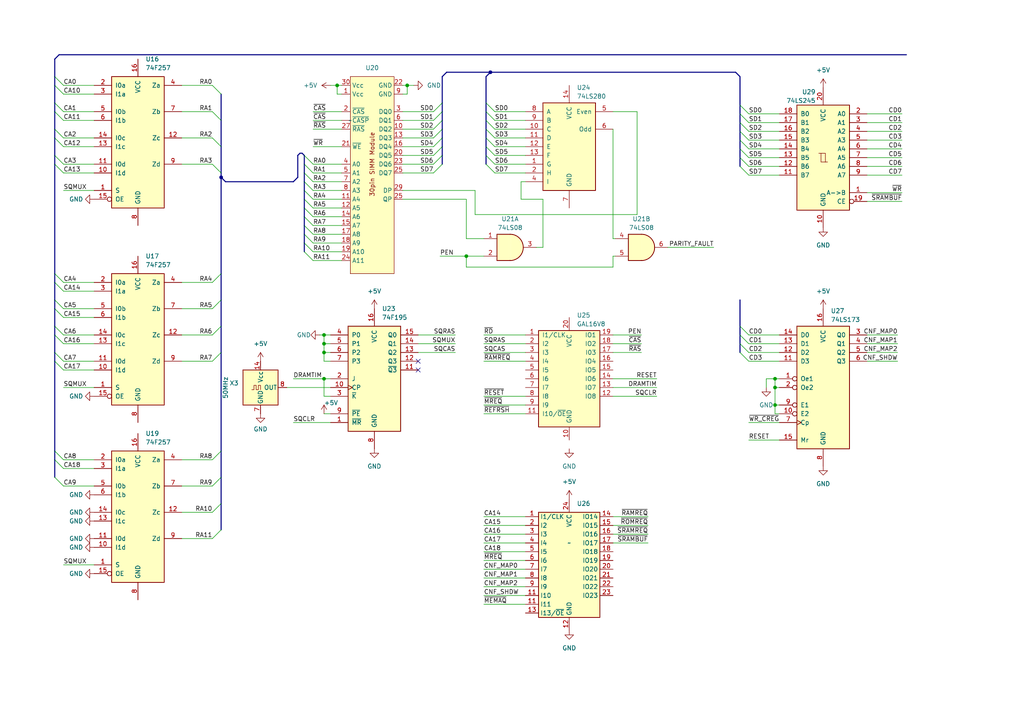
<source format=kicad_sch>
(kicad_sch (version 20230121) (generator eeschema)
  (paper "A4")
  (lib_symbols
    (symbol "74xx:74LS08" (pin_names (offset 1.016))
      (property "Reference" "U" (at 0 1.27 0))
      (property "Value" "74LS08" (at 0 -1.27 0))
      (symbol "74LS08_1_1"
        (arc (start 0 -3.81) (mid 3.7934 0) (end 0 3.81) (stroke (width 0.254)) (fill (type background)))
        (polyline (pts (xy 0 3.81) (xy -3.81 3.81) (xy -3.81 -3.81) (xy 0 -3.81)) (stroke (width 0.254)) (fill (type background)))
        (pin input line (at -7.62 2.54 0) (length 3.81) (name "~") (number "1"))
        (pin input line (at -7.62 -2.54 0) (length 3.81) (name "~") (number "2"))
        (pin output line (at 7.62 0 180) (length 3.81) (name "~") (number "3"))
      )
      (symbol "74LS08_1_2"
        (arc (start -3.81 -3.81) (mid -2.589 0) (end -3.81 3.81) (stroke (width 0.254)))
        (arc (start -0.6096 -3.81) (mid 2.1842 -2.5851) (end 3.81 0) (stroke (width 0.254)) (fill (type background)))
        (polyline (pts (xy -3.81 -3.81) (xy -0.635 -3.81)) (stroke (width 0.254)) (fill (type background)))
        (polyline (pts (xy -3.81 3.81) (xy -0.635 3.81)) (stroke (width 0.254)) (fill (type background)))
        (polyline (pts (xy -0.635 3.81) (xy -3.81 3.81) (xy -3.81 3.81) (xy -3.556 3.4036) (xy -3.0226 2.2606) (xy -2.6924 1.0414) (xy -2.6162 -0.254) (xy -2.7686 -1.4986) (xy -3.175 -2.7178) (xy -3.81 -3.81) (xy -3.81 -3.81) (xy -0.635 -3.81)) (stroke (width -25.4)) (fill (type background)))
        (arc (start 3.81 0) (mid 2.1915 2.5936) (end -0.6096 3.81) (stroke (width 0.254)) (fill (type background)))
        (pin input inverted (at -7.62 2.54 0) (length 4.318) (name "~") (number "1"))
        (pin input inverted (at -7.62 -2.54 0) (length 4.318) (name "~") (number "2"))
        (pin output inverted (at 7.62 0 180) (length 3.81) (name "~") (number "3"))
      )
      (symbol "74LS08_2_1"
        (arc (start 0 -3.81) (mid 3.7934 0) (end 0 3.81) (stroke (width 0.254)) (fill (type background)))
        (polyline (pts (xy 0 3.81) (xy -3.81 3.81) (xy -3.81 -3.81) (xy 0 -3.81)) (stroke (width 0.254)) (fill (type background)))
        (pin input line (at -7.62 2.54 0) (length 3.81) (name "~") (number "4"))
        (pin input line (at -7.62 -2.54 0) (length 3.81) (name "~") (number "5"))
        (pin output line (at 7.62 0 180) (length 3.81) (name "~") (number "6"))
      )
      (symbol "74LS08_2_2"
        (arc (start -3.81 -3.81) (mid -2.589 0) (end -3.81 3.81) (stroke (width 0.254)))
        (arc (start -0.6096 -3.81) (mid 2.1842 -2.5851) (end 3.81 0) (stroke (width 0.254)) (fill (type background)))
        (polyline (pts (xy -3.81 -3.81) (xy -0.635 -3.81)) (stroke (width 0.254)) (fill (type background)))
        (polyline (pts (xy -3.81 3.81) (xy -0.635 3.81)) (stroke (width 0.254)) (fill (type background)))
        (polyline (pts (xy -0.635 3.81) (xy -3.81 3.81) (xy -3.81 3.81) (xy -3.556 3.4036) (xy -3.0226 2.2606) (xy -2.6924 1.0414) (xy -2.6162 -0.254) (xy -2.7686 -1.4986) (xy -3.175 -2.7178) (xy -3.81 -3.81) (xy -3.81 -3.81) (xy -0.635 -3.81)) (stroke (width -25.4)) (fill (type background)))
        (arc (start 3.81 0) (mid 2.1915 2.5936) (end -0.6096 3.81) (stroke (width 0.254)) (fill (type background)))
        (pin input inverted (at -7.62 2.54 0) (length 4.318) (name "~") (number "4"))
        (pin input inverted (at -7.62 -2.54 0) (length 4.318) (name "~") (number "5"))
        (pin output inverted (at 7.62 0 180) (length 3.81) (name "~") (number "6"))
      )
      (symbol "74LS08_3_1"
        (arc (start 0 -3.81) (mid 3.7934 0) (end 0 3.81) (stroke (width 0.254)) (fill (type background)))
        (polyline (pts (xy 0 3.81) (xy -3.81 3.81) (xy -3.81 -3.81) (xy 0 -3.81)) (stroke (width 0.254)) (fill (type background)))
        (pin input line (at -7.62 -2.54 0) (length 3.81) (name "~") (number "10"))
        (pin output line (at 7.62 0 180) (length 3.81) (name "~") (number "8"))
        (pin input line (at -7.62 2.54 0) (length 3.81) (name "~") (number "9"))
      )
      (symbol "74LS08_3_2"
        (arc (start -3.81 -3.81) (mid -2.589 0) (end -3.81 3.81) (stroke (width 0.254)))
        (arc (start -0.6096 -3.81) (mid 2.1842 -2.5851) (end 3.81 0) (stroke (width 0.254)) (fill (type background)))
        (polyline (pts (xy -3.81 -3.81) (xy -0.635 -3.81)) (stroke (width 0.254)) (fill (type background)))
        (polyline (pts (xy -3.81 3.81) (xy -0.635 3.81)) (stroke (width 0.254)) (fill (type background)))
        (polyline (pts (xy -0.635 3.81) (xy -3.81 3.81) (xy -3.81 3.81) (xy -3.556 3.4036) (xy -3.0226 2.2606) (xy -2.6924 1.0414) (xy -2.6162 -0.254) (xy -2.7686 -1.4986) (xy -3.175 -2.7178) (xy -3.81 -3.81) (xy -3.81 -3.81) (xy -0.635 -3.81)) (stroke (width -25.4)) (fill (type background)))
        (arc (start 3.81 0) (mid 2.1915 2.5936) (end -0.6096 3.81) (stroke (width 0.254)) (fill (type background)))
        (pin input inverted (at -7.62 -2.54 0) (length 4.318) (name "~") (number "10"))
        (pin output inverted (at 7.62 0 180) (length 3.81) (name "~") (number "8"))
        (pin input inverted (at -7.62 2.54 0) (length 4.318) (name "~") (number "9"))
      )
      (symbol "74LS08_4_1"
        (arc (start 0 -3.81) (mid 3.7934 0) (end 0 3.81) (stroke (width 0.254)) (fill (type background)))
        (polyline (pts (xy 0 3.81) (xy -3.81 3.81) (xy -3.81 -3.81) (xy 0 -3.81)) (stroke (width 0.254)) (fill (type background)))
        (pin output line (at 7.62 0 180) (length 3.81) (name "~") (number "11"))
        (pin input line (at -7.62 2.54 0) (length 3.81) (name "~") (number "12"))
        (pin input line (at -7.62 -2.54 0) (length 3.81) (name "~") (number "13"))
      )
      (symbol "74LS08_4_2"
        (arc (start -3.81 -3.81) (mid -2.589 0) (end -3.81 3.81) (stroke (width 0.254)))
        (arc (start -0.6096 -3.81) (mid 2.1842 -2.5851) (end 3.81 0) (stroke (width 0.254)) (fill (type background)))
        (polyline (pts (xy -3.81 -3.81) (xy -0.635 -3.81)) (stroke (width 0.254)) (fill (type background)))
        (polyline (pts (xy -3.81 3.81) (xy -0.635 3.81)) (stroke (width 0.254)) (fill (type background)))
        (polyline (pts (xy -0.635 3.81) (xy -3.81 3.81) (xy -3.81 3.81) (xy -3.556 3.4036) (xy -3.0226 2.2606) (xy -2.6924 1.0414) (xy -2.6162 -0.254) (xy -2.7686 -1.4986) (xy -3.175 -2.7178) (xy -3.81 -3.81) (xy -3.81 -3.81) (xy -0.635 -3.81)) (stroke (width -25.4)) (fill (type background)))
        (arc (start 3.81 0) (mid 2.1915 2.5936) (end -0.6096 3.81) (stroke (width 0.254)) (fill (type background)))
        (pin output inverted (at 7.62 0 180) (length 3.81) (name "~") (number "11"))
        (pin input inverted (at -7.62 2.54 0) (length 4.318) (name "~") (number "12"))
        (pin input inverted (at -7.62 -2.54 0) (length 4.318) (name "~") (number "13"))
      )
      (symbol "74LS08_5_0"
        (pin power_in line (at 0 12.7 270) (length 5.08) (name "VCC") (number "14"))
        (pin power_in line (at 0 -12.7 90) (length 5.08) (name "GND") (number "7"))
      )
      (symbol "74LS08_5_1"
        (rectangle (start -5.08 7.62) (end 5.08 -7.62) (stroke (width 0.254)) (fill (type background)))
      )
    )
    (symbol "74xx:74LS173" (pin_names (offset 1.016))
      (property "Reference" "U" (at -7.62 19.05 0))
      (property "Value" "74LS173" (at -7.62 -19.05 0))
      (symbol "74LS173_1_0"
        (pin input inverted (at -12.7 2.54 0) (length 5.08) (name "Oe1") (number "1"))
        (pin input inverted (at -12.7 -7.62 0) (length 5.08) (name "E2") (number "10"))
        (pin input line (at -12.7 7.62 0) (length 5.08) (name "D3") (number "11"))
        (pin input line (at -12.7 10.16 0) (length 5.08) (name "D2") (number "12"))
        (pin input line (at -12.7 12.7 0) (length 5.08) (name "D1") (number "13"))
        (pin input line (at -12.7 15.24 0) (length 5.08) (name "D0") (number "14"))
        (pin input line (at -12.7 -15.24 0) (length 5.08) (name "Mr") (number "15"))
        (pin power_in line (at 0 22.86 270) (length 5.08) (name "VCC") (number "16"))
        (pin input inverted (at -12.7 0 0) (length 5.08) (name "Oe2") (number "2"))
        (pin tri_state line (at 12.7 15.24 180) (length 5.08) (name "Q0") (number "3"))
        (pin tri_state line (at 12.7 12.7 180) (length 5.08) (name "Q1") (number "4"))
        (pin tri_state line (at 12.7 10.16 180) (length 5.08) (name "Q2") (number "5"))
        (pin tri_state line (at 12.7 7.62 180) (length 5.08) (name "Q3") (number "6"))
        (pin input clock (at -12.7 -10.16 0) (length 5.08) (name "Cp") (number "7"))
        (pin power_in line (at 0 -22.86 90) (length 5.08) (name "GND") (number "8"))
        (pin input inverted (at -12.7 -5.08 0) (length 5.08) (name "E1") (number "9"))
      )
      (symbol "74LS173_1_1"
        (rectangle (start -7.62 17.78) (end 7.62 -17.78) (stroke (width 0.254)) (fill (type background)))
      )
    )
    (symbol "74xx:74LS195" (pin_names (offset 1.016))
      (property "Reference" "U" (at -7.62 16.51 0))
      (property "Value" "74LS195" (at -7.62 -16.51 0))
      (symbol "74LS195_1_0"
        (pin input line (at -12.7 -12.7 0) (length 5.08) (name "~{MR}") (number "1"))
        (pin input clock (at -12.7 -2.54 0) (length 5.08) (name "CP") (number "10"))
        (pin output line (at 12.7 2.54 180) (length 5.08) (name "~{Q3}") (number "11"))
        (pin output line (at 12.7 5.08 180) (length 5.08) (name "Q3") (number "12"))
        (pin output line (at 12.7 7.62 180) (length 5.08) (name "Q2") (number "13"))
        (pin output line (at 12.7 10.16 180) (length 5.08) (name "Q1") (number "14"))
        (pin output line (at 12.7 12.7 180) (length 5.08) (name "Q0") (number "15"))
        (pin power_in line (at 0 20.32 270) (length 5.08) (name "VCC") (number "16"))
        (pin input line (at -12.7 0 0) (length 5.08) (name "J") (number "2"))
        (pin input line (at -12.7 -5.08 0) (length 5.08) (name "~{K}") (number "3"))
        (pin input line (at -12.7 12.7 0) (length 5.08) (name "P0") (number "4"))
        (pin input line (at -12.7 10.16 0) (length 5.08) (name "P1") (number "5"))
        (pin input line (at -12.7 7.62 0) (length 5.08) (name "P2") (number "6"))
        (pin input line (at -12.7 5.08 0) (length 5.08) (name "P3") (number "7"))
        (pin power_in line (at 0 -20.32 90) (length 5.08) (name "GND") (number "8"))
        (pin input line (at -12.7 -10.16 0) (length 5.08) (name "~{PE}") (number "9"))
      )
      (symbol "74LS195_1_1"
        (rectangle (start -7.62 15.24) (end 7.62 -15.24) (stroke (width 0.254)) (fill (type background)))
      )
    )
    (symbol "74xx:74LS245" (pin_names (offset 1.016))
      (property "Reference" "U" (at -7.62 16.51 0))
      (property "Value" "74LS245" (at -7.62 -16.51 0))
      (symbol "74LS245_1_0"
        (polyline (pts (xy -0.635 -1.27) (xy -0.635 1.27) (xy 0.635 1.27)))
        (polyline (pts (xy -1.27 -1.27) (xy 0.635 -1.27) (xy 0.635 1.27) (xy 1.27 1.27)))
        (pin input line (at -12.7 -10.16 0) (length 5.08) (name "A->B") (number "1"))
        (pin power_in line (at 0 -20.32 90) (length 5.08) (name "GND") (number "10"))
        (pin tri_state line (at 12.7 -5.08 180) (length 5.08) (name "B7") (number "11"))
        (pin tri_state line (at 12.7 -2.54 180) (length 5.08) (name "B6") (number "12"))
        (pin tri_state line (at 12.7 0 180) (length 5.08) (name "B5") (number "13"))
        (pin tri_state line (at 12.7 2.54 180) (length 5.08) (name "B4") (number "14"))
        (pin tri_state line (at 12.7 5.08 180) (length 5.08) (name "B3") (number "15"))
        (pin tri_state line (at 12.7 7.62 180) (length 5.08) (name "B2") (number "16"))
        (pin tri_state line (at 12.7 10.16 180) (length 5.08) (name "B1") (number "17"))
        (pin tri_state line (at 12.7 12.7 180) (length 5.08) (name "B0") (number "18"))
        (pin input inverted (at -12.7 -12.7 0) (length 5.08) (name "CE") (number "19"))
        (pin tri_state line (at -12.7 12.7 0) (length 5.08) (name "A0") (number "2"))
        (pin power_in line (at 0 20.32 270) (length 5.08) (name "VCC") (number "20"))
        (pin tri_state line (at -12.7 10.16 0) (length 5.08) (name "A1") (number "3"))
        (pin tri_state line (at -12.7 7.62 0) (length 5.08) (name "A2") (number "4"))
        (pin tri_state line (at -12.7 5.08 0) (length 5.08) (name "A3") (number "5"))
        (pin tri_state line (at -12.7 2.54 0) (length 5.08) (name "A4") (number "6"))
        (pin tri_state line (at -12.7 0 0) (length 5.08) (name "A5") (number "7"))
        (pin tri_state line (at -12.7 -2.54 0) (length 5.08) (name "A6") (number "8"))
        (pin tri_state line (at -12.7 -5.08 0) (length 5.08) (name "A7") (number "9"))
      )
      (symbol "74LS245_1_1"
        (rectangle (start -7.62 15.24) (end 7.62 -15.24) (stroke (width 0.254)) (fill (type background)))
      )
    )
    (symbol "74xx:74LS257" (pin_names (offset 1.016))
      (property "Reference" "U" (at -7.62 19.05 0))
      (property "Value" "74LS257" (at -7.62 -21.59 0))
      (symbol "74LS257_1_0"
        (pin input line (at -12.7 -15.24 0) (length 5.08) (name "S") (number "1"))
        (pin input line (at -12.7 -10.16 0) (length 5.08) (name "I1d") (number "10"))
        (pin input line (at -12.7 -7.62 0) (length 5.08) (name "I0d") (number "11"))
        (pin tri_state line (at 12.7 0 180) (length 5.08) (name "Zc") (number "12"))
        (pin input line (at -12.7 -2.54 0) (length 5.08) (name "I1c") (number "13"))
        (pin input line (at -12.7 0 0) (length 5.08) (name "I0c") (number "14"))
        (pin input inverted (at -12.7 -17.78 0) (length 5.08) (name "OE") (number "15"))
        (pin power_in line (at 0 22.86 270) (length 5.08) (name "VCC") (number "16"))
        (pin input line (at -12.7 15.24 0) (length 5.08) (name "I0a") (number "2"))
        (pin input line (at -12.7 12.7 0) (length 5.08) (name "I1a") (number "3"))
        (pin tri_state line (at 12.7 15.24 180) (length 5.08) (name "Za") (number "4"))
        (pin input line (at -12.7 7.62 0) (length 5.08) (name "I0b") (number "5"))
        (pin input line (at -12.7 5.08 0) (length 5.08) (name "I1b") (number "6"))
        (pin tri_state line (at 12.7 7.62 180) (length 5.08) (name "Zb") (number "7"))
        (pin power_in line (at 0 -25.4 90) (length 5.08) (name "GND") (number "8"))
        (pin tri_state line (at 12.7 -7.62 180) (length 5.08) (name "Zd") (number "9"))
      )
      (symbol "74LS257_1_1"
        (rectangle (start -7.62 17.78) (end 7.62 -20.32) (stroke (width 0.254)) (fill (type background)))
      )
    )
    (symbol "74xx:74LS280" (pin_names (offset 1.016))
      (property "Reference" "U" (at -7.62 13.97 0))
      (property "Value" "74LS280" (at -7.62 -13.97 0))
      (symbol "74LS280_1_0"
        (pin input line (at -12.7 -5.08 0) (length 5.08) (name "G") (number "1"))
        (pin input line (at -12.7 5.08 0) (length 5.08) (name "C") (number "10"))
        (pin input line (at -12.7 2.54 0) (length 5.08) (name "D") (number "11"))
        (pin input line (at -12.7 0 0) (length 5.08) (name "E") (number "12"))
        (pin input line (at -12.7 -2.54 0) (length 5.08) (name "F") (number "13"))
        (pin power_in line (at 0 17.78 270) (length 5.08) (name "VCC") (number "14"))
        (pin input line (at -12.7 -7.62 0) (length 5.08) (name "H") (number "2"))
        (pin input line (at -12.7 -10.16 0) (length 5.08) (name "I") (number "4"))
        (pin output line (at 12.7 10.16 180) (length 5.08) (name "Even") (number "5"))
        (pin output line (at 12.7 5.08 180) (length 5.08) (name "Odd") (number "6"))
        (pin power_in line (at 0 -17.78 90) (length 5.08) (name "GND") (number "7"))
        (pin input line (at -12.7 10.16 0) (length 5.08) (name "A") (number "8"))
        (pin input line (at -12.7 7.62 0) (length 5.08) (name "B") (number "9"))
      )
      (symbol "74LS280_1_1"
        (rectangle (start -7.62 12.7) (end 7.62 -12.7) (stroke (width 0.254)) (fill (type background)))
        (pin no_connect line (at 7.62 0 180) (length 2.54) hide (name "NC") (number "3"))
      )
    )
    (symbol "Dennis2:GAL22V10"
      (property "Reference" "U" (at 0 5.08 0))
      (symbol "GAL22V10_0_1"
        (rectangle (start -8.89 13.97) (end 8.89 -16.51) (stroke (width 0.254)) (fill (type background)))
      )
      (symbol "GAL22V10_1_0"
        (pin power_in line (at 0 -20.32 90) (length 3.81) (name "GND") (number "12"))
        (pin power_in line (at 0 17.78 270) (length 3.81) (name "VCC") (number "24"))
      )
      (symbol "GAL22V10_1_1"
        (pin input line (at -12.7 12.7 0) (length 3.81) (name "I1/CLK") (number "1"))
        (pin input line (at -12.7 -10.16 0) (length 3.81) (name "I10") (number "11"))
        (pin input line (at -12.7 -12.7 0) (length 3.81) (name "I11") (number "11"))
        (pin input line (at -12.7 -15.24 0) (length 3.81) (name "I13/~{OE}") (number "13"))
        (pin tri_state line (at 12.7 12.7 180) (length 3.81) (name "IO14") (number "14"))
        (pin tri_state line (at 12.7 10.16 180) (length 3.81) (name "IO15") (number "15"))
        (pin tri_state line (at 12.7 7.62 180) (length 3.81) (name "IO16") (number "16"))
        (pin tri_state line (at 12.7 5.08 180) (length 3.81) (name "IO17") (number "17"))
        (pin tri_state line (at 12.7 2.54 180) (length 3.81) (name "IO18") (number "18"))
        (pin tri_state line (at 12.7 0 180) (length 3.81) (name "IO19") (number "19"))
        (pin input line (at -12.7 10.16 0) (length 3.81) (name "I2") (number "2"))
        (pin tri_state line (at 12.7 -2.54 180) (length 3.81) (name "IO20") (number "20"))
        (pin tri_state line (at 12.7 -5.08 180) (length 3.81) (name "IO21") (number "21"))
        (pin tri_state line (at 12.7 -7.62 180) (length 3.81) (name "IO22") (number "22"))
        (pin tri_state line (at 12.7 -10.16 180) (length 3.81) (name "IO23") (number "23"))
        (pin input line (at -12.7 7.62 0) (length 3.81) (name "I3") (number "3"))
        (pin input line (at -12.7 5.08 0) (length 3.81) (name "I4") (number "4"))
        (pin input line (at -12.7 2.54 0) (length 3.81) (name "I5") (number "5"))
        (pin input line (at -12.7 0 0) (length 3.81) (name "I6") (number "6"))
        (pin input line (at -12.7 -2.54 0) (length 3.81) (name "I7") (number "7"))
        (pin input line (at -12.7 -5.08 0) (length 3.81) (name "I8") (number "8"))
        (pin input line (at -12.7 -7.62 0) (length 3.81) (name "I9") (number "9"))
      )
    )
    (symbol "Dennis2:SIMM30P"
      (property "Reference" "U" (at 0 26.67 0))
      (symbol "SIMM30P_1_1"
        (rectangle (start -6.35 25.4) (end 6.35 -31.75) (fill (type background)))
        (text "30pin SIMM Module" (at 0 0 900) (effects (font (size 1.27 1.27))))
        (pin input line (at -8.89 12.7 0) (length 2.54) (name "~{CASP}") (number ""))
        (pin power_in line (at -8.89 20.32 0) (length 2.54) (name "Vcc") (number "1"))
        (pin input line (at 8.89 10.16 180) (length 2.54) (name "DQ2") (number "10"))
        (pin input line (at -8.89 -10.16 0) (length 2.54) (name "A4") (number "11"))
        (pin input line (at -8.89 -12.7 0) (length 2.54) (name "A5") (number "12"))
        (pin input line (at 8.89 7.62 180) (length 2.54) (name "DQ3") (number "13"))
        (pin input line (at -8.89 -15.24 0) (length 2.54) (name "A6") (number "14"))
        (pin input line (at -8.89 -17.78 0) (length 2.54) (name "A7") (number "15"))
        (pin input line (at 8.89 5.08 180) (length 2.54) (name "DQ4") (number "16"))
        (pin input line (at -8.89 -20.32 0) (length 2.54) (name "A8") (number "17"))
        (pin input line (at -8.89 -22.86 0) (length 2.54) (name "A9") (number "18"))
        (pin input line (at -8.89 -25.4 0) (length 2.54) (name "A10") (number "19"))
        (pin input line (at -8.89 15.24 0) (length 2.54) (name "~{CAS}") (number "2"))
        (pin input line (at 8.89 2.54 180) (length 2.54) (name "DQ5") (number "20"))
        (pin input line (at -8.89 5.08 0) (length 2.54) (name "~{WE}") (number "21"))
        (pin power_in line (at 8.89 22.86 180) (length 2.54) (name "GND") (number "22"))
        (pin input line (at 8.89 0 180) (length 2.54) (name "DQ6") (number "23"))
        (pin input line (at -8.89 -27.94 0) (length 2.54) (name "A11") (number "24"))
        (pin input line (at 8.89 -2.54 180) (length 2.54) (name "DQ7") (number "25"))
        (pin input line (at 8.89 -10.16 180) (length 2.54) (name "QP") (number "25"))
        (pin input line (at -8.89 10.16 0) (length 2.54) (name "~{RAS}") (number "27"))
        (pin input line (at 8.89 -7.62 180) (length 2.54) (name "DP") (number "29"))
        (pin input line (at 8.89 15.24 180) (length 2.54) (name "DQ0") (number "3"))
        (pin power_in line (at -8.89 22.86 0) (length 2.54) (name "Vcc") (number "30"))
        (pin input line (at -8.89 0 0) (length 2.54) (name "A0") (number "4"))
        (pin input line (at -8.89 -2.54 0) (length 2.54) (name "A1") (number "5"))
        (pin input line (at 8.89 12.7 180) (length 2.54) (name "DQ1") (number "6"))
        (pin input line (at -8.89 -5.08 0) (length 2.54) (name "A2") (number "7"))
        (pin input line (at -8.89 -7.62 0) (length 2.54) (name "A3") (number "8"))
        (pin power_in line (at 8.89 20.32 180) (length 2.54) (name "GND") (number "9"))
      )
    )
    (symbol "Logic_Programmable:GAL16V8" (pin_names (offset 1.016))
      (property "Reference" "U" (at -8.89 16.51 0))
      (property "Value" "GAL16V8" (at 1.27 16.51 0))
      (symbol "GAL16V8_0_0"
        (pin power_in line (at 0 -17.78 90) (length 3.81) (name "GND") (number "10"))
        (pin power_in line (at 0 17.78 270) (length 3.81) (name "VCC") (number "20"))
      )
      (symbol "GAL16V8_0_1"
        (rectangle (start -8.89 13.97) (end 8.89 -13.97) (stroke (width 0.254)) (fill (type background)))
      )
      (symbol "GAL16V8_1_1"
        (pin input line (at -12.7 12.7 0) (length 3.81) (name "I1/CLK") (number "1"))
        (pin input line (at -12.7 -10.16 0) (length 3.81) (name "I10/~{OE}") (number "11"))
        (pin tri_state line (at 12.7 -5.08 180) (length 3.81) (name "IO8") (number "12"))
        (pin tri_state line (at 12.7 -2.54 180) (length 3.81) (name "IO7") (number "13"))
        (pin tri_state line (at 12.7 0 180) (length 3.81) (name "IO6") (number "14"))
        (pin tri_state line (at 12.7 2.54 180) (length 3.81) (name "IO5") (number "15"))
        (pin tri_state line (at 12.7 5.08 180) (length 3.81) (name "IO4") (number "16"))
        (pin tri_state line (at 12.7 7.62 180) (length 3.81) (name "I03") (number "17"))
        (pin tri_state line (at 12.7 10.16 180) (length 3.81) (name "IO2") (number "18"))
        (pin tri_state line (at 12.7 12.7 180) (length 3.81) (name "IO1") (number "19"))
        (pin input line (at -12.7 10.16 0) (length 3.81) (name "I2") (number "2"))
        (pin input line (at -12.7 7.62 0) (length 3.81) (name "I3") (number "3"))
        (pin input line (at -12.7 5.08 0) (length 3.81) (name "I4") (number "4"))
        (pin input line (at -12.7 2.54 0) (length 3.81) (name "I5") (number "5"))
        (pin input line (at -12.7 0 0) (length 3.81) (name "I6") (number "6"))
        (pin input line (at -12.7 -2.54 0) (length 3.81) (name "I7") (number "7"))
        (pin input line (at -12.7 -5.08 0) (length 3.81) (name "I8") (number "8"))
        (pin input line (at -12.7 -7.62 0) (length 3.81) (name "I9") (number "9"))
      )
    )
    (symbol "Oscillator:ACO-xxxMHz" (pin_names (offset 0.254))
      (property "Reference" "X" (at -5.08 6.35 0))
      (property "Value" "ACO-xxxMHz" (at 1.27 -6.35 0))
      (symbol "ACO-xxxMHz_0_1"
        (rectangle (start -5.08 5.08) (end 5.08 -5.08) (stroke (width 0.254)) (fill (type background)))
        (polyline (pts (xy -2.54 -0.635) (xy -1.905 -0.635) (xy -1.905 0.635) (xy -1.27 0.635) (xy -1.27 -0.635) (xy -0.635 -0.635) (xy -0.635 0.635) (xy 0 0.635) (xy 0 -0.635)))
      )
      (symbol "ACO-xxxMHz_1_1"
        (pin no_connect line (at -7.62 0 0) (length 2.54) hide (name "NC") (number "1"))
        (pin power_in line (at 0 7.62 270) (length 2.54) (name "Vcc") (number "14"))
        (pin power_in line (at 0 -7.62 90) (length 2.54) (name "GND") (number "7"))
        (pin output line (at 7.62 0 180) (length 2.54) (name "OUT") (number "8"))
      )
    )
    (symbol "power:+5V" (power) (pin_names (offset 0))
      (property "Value" "+5V" (at 0 3.556 0))
      (symbol "+5V_0_1"
        (polyline (pts (xy -0.762 1.27) (xy 0 2.54)))
        (polyline (pts (xy 0 0) (xy 0 2.54)))
        (polyline (pts (xy 0 2.54) (xy 0.762 1.27)))
      )
      (symbol "+5V_1_1"
        (pin power_in line (at 0 0 90) (length 0) hide (name "+5V") (number "1"))
      )
    )
    (symbol "power:GND" (power) (pin_names (offset 0))
      (property "Value" "GND" (at 0 -3.81 0))
      (symbol "GND_0_1"
        (polyline (pts (xy 0 0) (xy 0 -1.27) (xy 1.27 -1.27) (xy 0 -2.54) (xy -1.27 -1.27) (xy 0 -1.27)))
      )
      (symbol "GND_1_1"
        (pin power_in line (at 0 0 270) (length 0) hide (name "GND") (number "1"))
      )
    )
  )
  (junction (at 97.79 24.765))
  (junction (at 93.98 99.695))
  (junction (at 224.79 109.855))
  (junction (at 135.255 74.295))
  (junction (at 142.24 20.955))
  (junction (at 64.135 51.435))
  (junction (at 224.79 117.475))
  (junction (at 118.11 24.765))
  (junction (at 224.79 112.395))
  (junction (at 93.98 97.155))
  (junction (at 93.98 109.855))
  (junction (at 93.98 102.235))
  (no_connect (at 121.285 104.775))
  (no_connect (at 121.285 107.315))
  (bus_entry (at 61.595 133.35) (size 2.54 -2.54))
  (bus_entry (at 217.17 45.72) (size -2.54 -2.54))
  (bus_entry (at 217.17 35.56) (size -2.54 -2.54))
  (bus_entry (at 125.73 40.005) (size 2.54 -2.54))
  (bus_entry (at 143.51 50.165) (size -2.54 -2.54))
  (bus_entry (at 18.415 47.625) (size -2.54 -2.54))
  (bus_entry (at 61.595 104.775) (size 2.54 -2.54))
  (bus_entry (at 90.805 52.705) (size -2.54 -2.54))
  (bus_entry (at 90.805 50.165) (size -2.54 -2.54))
  (bus_entry (at 143.51 47.625) (size -2.54 -2.54))
  (bus_entry (at 125.73 50.165) (size 2.54 -2.54))
  (bus_entry (at 18.415 27.305) (size -2.54 -2.54))
  (bus_entry (at 90.805 67.945) (size -2.54 -2.54))
  (bus_entry (at 61.595 24.765) (size 2.54 2.54))
  (bus_entry (at 125.73 42.545) (size 2.54 -2.54))
  (bus_entry (at 217.17 99.695) (size -2.54 -2.54))
  (bus_entry (at 125.73 37.465) (size 2.54 -2.54))
  (bus_entry (at 61.595 89.535) (size 2.54 -2.54))
  (bus_entry (at 18.415 40.005) (size -2.54 -2.54))
  (bus_entry (at 61.595 32.385) (size 2.54 2.54))
  (bus_entry (at 125.73 32.385) (size 2.54 -2.54))
  (bus_entry (at 217.17 102.235) (size -2.54 -2.54))
  (bus_entry (at 143.51 37.465) (size -2.54 -2.54))
  (bus_entry (at 90.805 57.785) (size -2.54 -2.54))
  (bus_entry (at 217.17 48.26) (size -2.54 -2.54))
  (bus_entry (at 90.805 75.565) (size -2.54 -2.54))
  (bus_entry (at 90.805 65.405) (size -2.54 -2.54))
  (bus_entry (at 217.17 50.8) (size -2.54 -2.54))
  (bus_entry (at 143.51 34.925) (size -2.54 -2.54))
  (bus_entry (at 18.415 133.35) (size -2.54 -2.54))
  (bus_entry (at 18.415 81.915) (size -2.54 -2.54))
  (bus_entry (at 90.805 70.485) (size -2.54 -2.54))
  (bus_entry (at 61.595 81.915) (size 2.54 -2.54))
  (bus_entry (at 217.17 38.1) (size -2.54 -2.54))
  (bus_entry (at 90.805 62.865) (size -2.54 -2.54))
  (bus_entry (at 143.51 45.085) (size -2.54 -2.54))
  (bus_entry (at 18.415 104.775) (size -2.54 -2.54))
  (bus_entry (at 18.415 84.455) (size -2.54 -2.54))
  (bus_entry (at 90.805 47.625) (size -2.54 -2.54))
  (bus_entry (at 217.17 43.18) (size -2.54 -2.54))
  (bus_entry (at 143.51 40.005) (size -2.54 -2.54))
  (bus_entry (at 90.805 73.025) (size -2.54 -2.54))
  (bus_entry (at 64.135 153.67) (size -2.54 2.54))
  (bus_entry (at 18.415 50.165) (size -2.54 -2.54))
  (bus_entry (at 18.415 89.535) (size -2.54 -2.54))
  (bus_entry (at 143.51 42.545) (size -2.54 -2.54))
  (bus_entry (at 90.805 60.325) (size -2.54 -2.54))
  (bus_entry (at 18.415 24.765) (size -2.54 -2.54))
  (bus_entry (at 125.73 45.085) (size 2.54 -2.54))
  (bus_entry (at 143.51 32.385) (size -2.54 -2.54))
  (bus_entry (at 217.17 33.02) (size -2.54 -2.54))
  (bus_entry (at 217.17 104.775) (size -2.54 -2.54))
  (bus_entry (at 18.415 34.925) (size -2.54 -2.54))
  (bus_entry (at 18.415 97.155) (size -2.54 -2.54))
  (bus_entry (at 18.415 135.89) (size -2.54 -2.54))
  (bus_entry (at 61.595 140.97) (size 2.54 -2.54))
  (bus_entry (at 61.595 97.155) (size 2.54 -2.54))
  (bus_entry (at 64.135 146.05) (size -2.54 2.54))
  (bus_entry (at 18.415 32.385) (size -2.54 -2.54))
  (bus_entry (at 125.73 34.925) (size 2.54 -2.54))
  (bus_entry (at 61.595 47.625) (size 2.54 2.54))
  (bus_entry (at 18.415 107.315) (size -2.54 -2.54))
  (bus_entry (at 125.73 47.625) (size 2.54 -2.54))
  (bus_entry (at 61.595 40.005) (size 2.54 2.54))
  (bus_entry (at 217.17 40.64) (size -2.54 -2.54))
  (bus_entry (at 18.415 99.695) (size -2.54 -2.54))
  (bus_entry (at 18.415 92.075) (size -2.54 -2.54))
  (bus_entry (at 18.415 140.97) (size -2.54 -2.54))
  (bus_entry (at 18.415 42.545) (size -2.54 -2.54))
  (bus_entry (at 217.17 97.155) (size -2.54 -2.54))
  (bus_entry (at 90.805 55.245) (size -2.54 -2.54))
  (bus (pts (xy 64.135 34.925) (xy 64.135 42.545)))
  (bus (pts (xy 88.265 55.245) (xy 88.265 57.785)))
  (wire (pts (xy 222.25 109.855) (xy 224.79 109.855)))
  (bus (pts (xy 129.54 20.955) (xy 142.24 20.955)))
  (wire (pts (xy 121.285 97.155) (xy 132.08 97.155)))
  (bus (pts (xy 128.27 22.225) (xy 128.27 29.845)))
  (bus (pts (xy 64.135 130.81) (xy 64.135 138.43)))
  (wire (pts (xy 90.805 42.545) (xy 99.06 42.545)))
  (wire (pts (xy 224.79 112.395) (xy 226.06 112.395)))
  (wire (pts (xy 152.4 42.545) (xy 143.51 42.545)))
  (bus (pts (xy 88.265 50.165) (xy 88.265 52.705)))
  (bus (pts (xy 15.875 104.775) (xy 15.875 130.81)))
  (wire (pts (xy 97.79 24.765) (xy 99.06 24.765)))
  (wire (pts (xy 177.8 99.695) (xy 186.055 99.695)))
  (wire (pts (xy 177.8 74.295) (xy 177.8 77.47)))
  (wire (pts (xy 224.79 120.015) (xy 226.06 120.015)))
  (wire (pts (xy 18.415 32.385) (xy 27.305 32.385)))
  (wire (pts (xy 116.84 55.245) (xy 137.795 55.245)))
  (wire (pts (xy 52.705 156.21) (xy 61.595 156.21)))
  (wire (pts (xy 140.335 170.18) (xy 152.4 170.18)))
  (bus (pts (xy 214.63 30.48) (xy 214.63 33.02)))
  (wire (pts (xy 93.98 109.855) (xy 95.885 109.855)))
  (wire (pts (xy 222.25 112.395) (xy 222.25 109.855)))
  (wire (pts (xy 140.335 175.26) (xy 152.4 175.26)))
  (bus (pts (xy 64.135 51.435) (xy 65.405 52.705)))
  (wire (pts (xy 152.4 34.925) (xy 143.51 34.925)))
  (wire (pts (xy 140.335 99.695) (xy 152.4 99.695)))
  (wire (pts (xy 140.335 97.155) (xy 152.4 97.155)))
  (wire (pts (xy 261.62 35.56) (xy 251.46 35.56)))
  (bus (pts (xy 15.875 94.615) (xy 15.875 97.155)))
  (wire (pts (xy 261.62 48.26) (xy 251.46 48.26)))
  (bus (pts (xy 214.63 35.56) (xy 214.63 38.1)))
  (bus (pts (xy 15.875 37.465) (xy 15.875 40.005)))
  (wire (pts (xy 93.98 97.155) (xy 95.885 97.155)))
  (wire (pts (xy 18.415 89.535) (xy 27.305 89.535)))
  (wire (pts (xy 93.98 120.015) (xy 95.885 120.015)))
  (bus (pts (xy 86.995 44.45) (xy 87.63 44.45)))
  (wire (pts (xy 140.335 162.56) (xy 152.4 162.56)))
  (wire (pts (xy 92.71 97.155) (xy 93.98 97.155)))
  (wire (pts (xy 99.06 55.245) (xy 90.805 55.245)))
  (wire (pts (xy 140.335 152.4) (xy 152.4 152.4)))
  (wire (pts (xy 226.06 38.1) (xy 217.17 38.1)))
  (wire (pts (xy 52.705 40.005) (xy 61.595 40.005)))
  (wire (pts (xy 121.285 99.695) (xy 132.08 99.695)))
  (bus (pts (xy 86.36 45.085) (xy 86.995 44.45)))
  (wire (pts (xy 152.4 32.385) (xy 143.51 32.385)))
  (wire (pts (xy 27.305 99.695) (xy 18.415 99.695)))
  (wire (pts (xy 52.705 47.625) (xy 61.595 47.625)))
  (bus (pts (xy 140.97 45.085) (xy 140.97 47.625)))
  (wire (pts (xy 177.8 154.94) (xy 187.96 154.94)))
  (bus (pts (xy 87.63 44.45) (xy 88.265 45.085)))
  (bus (pts (xy 140.97 29.845) (xy 140.97 32.385)))
  (wire (pts (xy 261.62 50.8) (xy 251.46 50.8)))
  (wire (pts (xy 135.255 69.215) (xy 140.335 69.215)))
  (bus (pts (xy 128.27 34.925) (xy 128.27 37.465)))
  (wire (pts (xy 95.885 99.695) (xy 93.98 99.695)))
  (wire (pts (xy 18.415 34.925) (xy 27.305 34.925)))
  (bus (pts (xy 128.27 40.005) (xy 128.27 42.545)))
  (wire (pts (xy 177.8 69.215) (xy 178.435 69.215)))
  (wire (pts (xy 93.98 114.935) (xy 93.98 109.855)))
  (wire (pts (xy 224.79 109.855) (xy 226.06 109.855)))
  (wire (pts (xy 99.06 50.165) (xy 90.805 50.165)))
  (bus (pts (xy 140.97 32.385) (xy 140.97 34.925)))
  (bus (pts (xy 140.97 34.925) (xy 140.97 37.465)))
  (wire (pts (xy 97.79 27.305) (xy 97.79 24.765)))
  (wire (pts (xy 116.84 27.305) (xy 118.11 27.305)))
  (bus (pts (xy 65.405 52.705) (xy 85.09 52.705)))
  (wire (pts (xy 27.305 163.83) (xy 18.415 163.83)))
  (wire (pts (xy 85.09 122.555) (xy 95.885 122.555)))
  (wire (pts (xy 224.79 112.395) (xy 224.79 117.475)))
  (wire (pts (xy 118.11 27.305) (xy 118.11 24.765)))
  (wire (pts (xy 261.62 55.88) (xy 251.46 55.88)))
  (bus (pts (xy 15.875 89.535) (xy 15.875 94.615)))
  (wire (pts (xy 184.785 32.385) (xy 184.785 62.23)))
  (bus (pts (xy 64.135 102.235) (xy 64.135 130.81)))
  (wire (pts (xy 18.415 133.35) (xy 27.305 133.35)))
  (wire (pts (xy 261.62 33.02) (xy 251.46 33.02)))
  (wire (pts (xy 217.17 99.695) (xy 226.06 99.695)))
  (bus (pts (xy 15.875 32.385) (xy 15.875 37.465)))
  (bus (pts (xy 128.27 37.465) (xy 128.27 40.005)))
  (bus (pts (xy 140.97 42.545) (xy 140.97 45.085)))
  (wire (pts (xy 116.84 50.165) (xy 125.73 50.165)))
  (wire (pts (xy 27.305 107.315) (xy 18.415 107.315)))
  (wire (pts (xy 116.84 45.085) (xy 125.73 45.085)))
  (wire (pts (xy 140.335 117.475) (xy 152.4 117.475)))
  (bus (pts (xy 64.135 50.165) (xy 64.135 51.435)))
  (bus (pts (xy 88.265 65.405) (xy 88.265 67.945)))
  (wire (pts (xy 140.335 165.1) (xy 152.4 165.1)))
  (wire (pts (xy 261.62 43.18) (xy 251.46 43.18)))
  (wire (pts (xy 52.705 104.775) (xy 61.595 104.775)))
  (wire (pts (xy 18.415 104.775) (xy 27.305 104.775)))
  (wire (pts (xy 99.06 75.565) (xy 90.805 75.565)))
  (wire (pts (xy 52.705 89.535) (xy 61.595 89.535)))
  (wire (pts (xy 99.06 67.945) (xy 90.805 67.945)))
  (wire (pts (xy 99.06 52.705) (xy 90.805 52.705)))
  (wire (pts (xy 224.79 109.855) (xy 224.79 112.395)))
  (bus (pts (xy 142.24 20.955) (xy 213.36 20.955)))
  (bus (pts (xy 15.875 97.155) (xy 15.875 102.235)))
  (wire (pts (xy 260.35 102.235) (xy 251.46 102.235)))
  (wire (pts (xy 140.335 160.02) (xy 152.4 160.02)))
  (wire (pts (xy 260.35 104.775) (xy 251.46 104.775)))
  (wire (pts (xy 52.705 32.385) (xy 61.595 32.385)))
  (bus (pts (xy 15.875 40.005) (xy 15.875 45.085)))
  (wire (pts (xy 261.62 38.1) (xy 251.46 38.1)))
  (bus (pts (xy 15.875 79.375) (xy 15.875 81.915)))
  (wire (pts (xy 177.8 152.4) (xy 187.96 152.4)))
  (wire (pts (xy 140.335 172.72) (xy 152.4 172.72)))
  (wire (pts (xy 18.415 81.915) (xy 27.305 81.915)))
  (wire (pts (xy 140.335 114.935) (xy 152.4 114.935)))
  (wire (pts (xy 193.675 71.755) (xy 207.01 71.755)))
  (wire (pts (xy 52.705 24.765) (xy 61.595 24.765)))
  (wire (pts (xy 99.06 60.325) (xy 90.805 60.325)))
  (wire (pts (xy 226.06 45.72) (xy 217.17 45.72)))
  (wire (pts (xy 217.17 97.155) (xy 226.06 97.155)))
  (bus (pts (xy 15.875 29.845) (xy 15.875 32.385)))
  (wire (pts (xy 18.415 40.005) (xy 27.305 40.005)))
  (wire (pts (xy 217.17 102.235) (xy 226.06 102.235)))
  (wire (pts (xy 184.785 32.385) (xy 177.8 32.385)))
  (bus (pts (xy 128.27 29.845) (xy 128.27 32.385)))
  (wire (pts (xy 261.62 40.64) (xy 251.46 40.64)))
  (bus (pts (xy 15.875 24.765) (xy 15.875 29.845)))
  (wire (pts (xy 18.415 27.305) (xy 27.305 27.305)))
  (wire (pts (xy 116.84 32.385) (xy 125.73 32.385)))
  (wire (pts (xy 18.415 42.545) (xy 27.305 42.545)))
  (bus (pts (xy 140.97 40.005) (xy 140.97 42.545)))
  (wire (pts (xy 18.415 135.89) (xy 27.305 135.89)))
  (bus (pts (xy 15.875 47.625) (xy 15.875 79.375)))
  (wire (pts (xy 52.705 148.59) (xy 61.595 148.59)))
  (wire (pts (xy 27.305 92.075) (xy 18.415 92.075)))
  (wire (pts (xy 93.98 104.775) (xy 93.98 102.235)))
  (wire (pts (xy 226.06 40.64) (xy 217.17 40.64)))
  (bus (pts (xy 64.135 94.615) (xy 64.135 102.235)))
  (bus (pts (xy 17.145 15.875) (xy 262.89 15.875)))
  (wire (pts (xy 99.06 65.405) (xy 90.805 65.405)))
  (bus (pts (xy 213.36 20.955) (xy 214.63 22.225)))
  (bus (pts (xy 86.36 51.435) (xy 86.36 45.085)))
  (wire (pts (xy 99.06 34.925) (xy 90.805 34.925)))
  (bus (pts (xy 88.265 67.945) (xy 88.265 70.485)))
  (wire (pts (xy 27.305 55.245) (xy 18.415 55.245)))
  (bus (pts (xy 140.97 37.465) (xy 140.97 40.005)))
  (bus (pts (xy 214.63 43.18) (xy 214.63 45.72)))
  (bus (pts (xy 88.265 45.085) (xy 88.265 47.625)))
  (wire (pts (xy 151.13 57.785) (xy 151.13 52.705)))
  (wire (pts (xy 95.885 24.765) (xy 97.79 24.765)))
  (wire (pts (xy 99.06 32.385) (xy 90.805 32.385)))
  (bus (pts (xy 214.63 94.615) (xy 214.63 97.155)))
  (wire (pts (xy 99.06 57.785) (xy 90.805 57.785)))
  (bus (pts (xy 128.27 42.545) (xy 128.27 45.085)))
  (wire (pts (xy 99.06 62.865) (xy 90.805 62.865)))
  (wire (pts (xy 18.415 24.765) (xy 27.305 24.765)))
  (wire (pts (xy 251.46 58.42) (xy 261.62 58.42)))
  (wire (pts (xy 151.13 52.705) (xy 152.4 52.705)))
  (bus (pts (xy 214.63 22.225) (xy 214.63 30.48)))
  (bus (pts (xy 214.63 99.695) (xy 214.63 102.235)))
  (bus (pts (xy 15.875 130.81) (xy 15.875 133.35)))
  (wire (pts (xy 226.06 43.18) (xy 217.17 43.18)))
  (bus (pts (xy 88.265 57.785) (xy 88.265 60.325)))
  (bus (pts (xy 214.63 45.72) (xy 214.63 48.26)))
  (wire (pts (xy 127.635 74.295) (xy 135.255 74.295)))
  (bus (pts (xy 214.63 38.1) (xy 214.63 40.64)))
  (wire (pts (xy 224.79 117.475) (xy 226.06 117.475)))
  (wire (pts (xy 52.705 133.35) (xy 61.595 133.35)))
  (wire (pts (xy 85.09 109.855) (xy 93.98 109.855)))
  (wire (pts (xy 135.255 74.295) (xy 135.255 77.47)))
  (bus (pts (xy 214.63 40.64) (xy 214.63 43.18)))
  (bus (pts (xy 15.875 17.145) (xy 15.875 22.225)))
  (wire (pts (xy 121.285 102.235) (xy 132.08 102.235)))
  (wire (pts (xy 137.795 62.23) (xy 184.785 62.23)))
  (wire (pts (xy 140.335 167.64) (xy 152.4 167.64)))
  (bus (pts (xy 214.63 86.995) (xy 214.63 94.615)))
  (wire (pts (xy 177.8 112.395) (xy 190.5 112.395)))
  (bus (pts (xy 15.875 102.235) (xy 15.875 104.775)))
  (wire (pts (xy 140.335 154.94) (xy 152.4 154.94)))
  (wire (pts (xy 99.06 37.465) (xy 90.805 37.465)))
  (bus (pts (xy 15.875 81.915) (xy 15.875 86.995)))
  (bus (pts (xy 15.875 22.225) (xy 15.875 24.765)))
  (wire (pts (xy 135.255 57.785) (xy 135.255 69.215)))
  (wire (pts (xy 260.35 97.155) (xy 251.46 97.155)))
  (wire (pts (xy 116.84 40.005) (xy 125.73 40.005)))
  (bus (pts (xy 64.135 42.545) (xy 64.135 50.165)))
  (wire (pts (xy 52.705 97.155) (xy 61.595 97.155)))
  (wire (pts (xy 140.335 104.775) (xy 152.4 104.775)))
  (wire (pts (xy 93.98 102.235) (xy 93.98 99.695)))
  (wire (pts (xy 116.84 37.465) (xy 125.73 37.465)))
  (wire (pts (xy 224.79 117.475) (xy 224.79 120.015)))
  (bus (pts (xy 64.135 86.995) (xy 64.135 94.615)))
  (bus (pts (xy 214.63 97.155) (xy 214.63 99.695)))
  (bus (pts (xy 88.265 47.625) (xy 88.265 50.165)))
  (wire (pts (xy 99.06 73.025) (xy 90.805 73.025)))
  (wire (pts (xy 93.98 99.695) (xy 93.98 97.155)))
  (wire (pts (xy 261.62 45.72) (xy 251.46 45.72)))
  (wire (pts (xy 226.06 48.26) (xy 217.17 48.26)))
  (bus (pts (xy 15.875 86.995) (xy 15.875 89.535)))
  (wire (pts (xy 177.8 37.465) (xy 177.8 69.215)))
  (bus (pts (xy 64.135 79.375) (xy 64.135 86.995)))
  (wire (pts (xy 177.8 97.155) (xy 186.055 97.155)))
  (wire (pts (xy 118.11 24.765) (xy 116.84 24.765)))
  (wire (pts (xy 116.84 57.785) (xy 135.255 57.785)))
  (wire (pts (xy 135.255 74.295) (xy 140.335 74.295)))
  (wire (pts (xy 177.8 149.86) (xy 187.96 149.86)))
  (wire (pts (xy 152.4 102.235) (xy 140.335 102.235)))
  (bus (pts (xy 88.265 62.865) (xy 88.265 65.405)))
  (bus (pts (xy 64.135 146.05) (xy 64.135 153.67)))
  (wire (pts (xy 177.8 74.295) (xy 178.435 74.295)))
  (wire (pts (xy 140.335 120.015) (xy 152.4 120.015)))
  (wire (pts (xy 135.255 77.47) (xy 177.8 77.47)))
  (wire (pts (xy 83.185 112.395) (xy 95.885 112.395)))
  (wire (pts (xy 99.06 70.485) (xy 90.805 70.485)))
  (wire (pts (xy 155.575 71.755) (xy 157.48 71.755)))
  (wire (pts (xy 140.335 149.86) (xy 152.4 149.86)))
  (bus (pts (xy 214.63 33.02) (xy 214.63 35.56)))
  (wire (pts (xy 99.06 47.625) (xy 90.805 47.625)))
  (bus (pts (xy 15.875 133.35) (xy 15.875 138.43)))
  (wire (pts (xy 95.885 102.235) (xy 93.98 102.235)))
  (wire (pts (xy 177.8 114.935) (xy 190.5 114.935)))
  (wire (pts (xy 177.8 102.235) (xy 186.055 102.235)))
  (wire (pts (xy 226.06 122.555) (xy 217.17 122.555)))
  (wire (pts (xy 18.415 140.97) (xy 27.305 140.97)))
  (wire (pts (xy 99.06 27.305) (xy 97.79 27.305)))
  (bus (pts (xy 85.09 52.705) (xy 86.36 51.435)))
  (bus (pts (xy 88.265 52.705) (xy 88.265 55.245)))
  (bus (pts (xy 140.97 22.225) (xy 142.24 20.955)))
  (wire (pts (xy 177.8 157.48) (xy 187.96 157.48)))
  (wire (pts (xy 152.4 47.625) (xy 143.51 47.625)))
  (bus (pts (xy 128.27 45.085) (xy 128.27 47.625)))
  (wire (pts (xy 118.11 24.765) (xy 120.015 24.765)))
  (wire (pts (xy 116.84 34.925) (xy 125.73 34.925)))
  (wire (pts (xy 152.4 50.165) (xy 143.51 50.165)))
  (bus (pts (xy 128.27 22.225) (xy 129.54 20.955)))
  (wire (pts (xy 116.84 42.545) (xy 125.73 42.545)))
  (wire (pts (xy 152.4 37.465) (xy 143.51 37.465)))
  (wire (pts (xy 226.06 33.02) (xy 217.17 33.02)))
  (bus (pts (xy 17.145 15.875) (xy 15.875 17.145)))
  (bus (pts (xy 128.27 32.385) (xy 128.27 34.925)))
  (wire (pts (xy 137.795 55.245) (xy 137.795 62.23)))
  (bus (pts (xy 64.135 27.305) (xy 64.135 34.925)))
  (wire (pts (xy 27.305 84.455) (xy 18.415 84.455)))
  (bus (pts (xy 88.265 60.325) (xy 88.265 62.865)))
  (wire (pts (xy 18.415 97.155) (xy 27.305 97.155)))
  (wire (pts (xy 95.885 104.775) (xy 93.98 104.775)))
  (wire (pts (xy 152.4 45.085) (xy 143.51 45.085)))
  (wire (pts (xy 217.17 104.775) (xy 226.06 104.775)))
  (wire (pts (xy 95.885 114.935) (xy 93.98 114.935)))
  (wire (pts (xy 18.415 47.625) (xy 27.305 47.625)))
  (wire (pts (xy 152.4 40.005) (xy 143.51 40.005)))
  (wire (pts (xy 217.17 127.635) (xy 226.06 127.635)))
  (wire (pts (xy 52.705 140.97) (xy 61.595 140.97)))
  (wire (pts (xy 140.335 157.48) (xy 152.4 157.48)))
  (wire (pts (xy 190.5 109.855) (xy 177.8 109.855)))
  (bus (pts (xy 64.135 51.435) (xy 64.135 79.375)))
  (wire (pts (xy 260.35 99.695) (xy 251.46 99.695)))
  (bus (pts (xy 88.265 70.485) (xy 88.265 73.025)))
  (bus (pts (xy 64.135 138.43) (xy 64.135 146.05)))
  (wire (pts (xy 116.84 47.625) (xy 125.73 47.625)))
  (wire (pts (xy 27.305 112.395) (xy 18.415 112.395)))
  (wire (pts (xy 52.705 81.915) (xy 61.595 81.915)))
  (bus (pts (xy 15.875 45.085) (xy 15.875 47.625)))
  (wire (pts (xy 226.06 50.8) (xy 217.17 50.8)))
  (bus (pts (xy 140.97 22.225) (xy 140.97 29.845)))
  (wire (pts (xy 226.06 35.56) (xy 217.17 35.56)))
  (wire (pts (xy 157.48 71.755) (xy 157.48 57.785)))
  (wire (pts (xy 27.305 50.165) (xy 18.415 50.165)))
  (wire (pts (xy 157.48 57.785) (xy 151.13 57.785)))
  (label "DRAMTIM" (at 85.09 109.855 0))
  (label "SD7" (at 217.17 50.8 0))
  (label "RA11" (at 61.595 156.21 180))
  (label "RESET" (at 190.5 109.855 180))
  (label "CD3" (at 261.62 40.64 180))
  (label "SD3" (at 217.17 40.64 0))
  (label "CA11" (at 18.415 34.925 0))
  (label "CA13" (at 18.415 50.165 0))
  (label "DRAMTIM" (at 190.5 112.395 180))
  (label "RA1" (at 61.595 32.385 180))
  (label "CNF_MAP2" (at 140.335 170.18 0))
  (label "RA6" (at 61.595 97.155 180))
  (label "RA4" (at 61.595 81.915 180))
  (label "CA6" (at 18.415 97.155 0))
  (label "SD5" (at 143.51 45.085 0))
  (label "CA15" (at 140.335 152.4 0))
  (label "CA18" (at 18.415 135.89 0))
  (label "~{MEMAQ}" (at 140.335 175.26 0))
  (label "RA3" (at 90.805 55.245 0))
  (label "~{WR_CREG}" (at 217.17 122.555 0))
  (label "CD6" (at 261.62 48.26 180))
  (label "RA5" (at 90.805 60.325 0))
  (label "CA2" (at 18.415 40.005 0))
  (label "RA8" (at 61.595 133.35 180))
  (label "SD0" (at 125.73 32.385 180))
  (label "RA1" (at 90.805 50.165 0))
  (label "SD0" (at 217.17 33.02 0))
  (label "~{SRAMBUF}" (at 187.96 157.48 180))
  (label "CA18" (at 140.335 160.02 0))
  (label "CNF_MAP0" (at 140.335 165.1 0))
  (label "SD1" (at 217.17 35.56 0))
  (label "CD0" (at 217.17 97.155 0))
  (label "SD1" (at 125.73 34.925 180))
  (label "SD5" (at 125.73 45.085 180))
  (label "~{WR}" (at 90.805 42.545 0))
  (label "CA14" (at 140.335 149.86 0))
  (label "CA7" (at 18.415 104.775 0))
  (label "CA0" (at 18.415 24.765 0))
  (label "RESET" (at 217.17 127.635 0))
  (label "RA7" (at 90.805 65.405 0))
  (label "CA14" (at 18.415 84.455 0))
  (label "RA9" (at 90.805 70.485 0))
  (label "CA16" (at 18.415 99.695 0))
  (label "RA10" (at 90.805 73.025 0))
  (label "SD3" (at 143.51 40.005 0))
  (label "CA12" (at 18.415 42.545 0))
  (label "SQCAS" (at 132.08 102.235 180))
  (label "SQMUX" (at 18.415 112.395 0))
  (label "SD6" (at 217.17 48.26 0))
  (label "RA11" (at 90.805 75.565 0))
  (label "SQMUX" (at 18.415 163.83 0))
  (label "RA5" (at 61.595 89.535 180))
  (label "SD0" (at 143.51 32.385 0))
  (label "SD7" (at 125.73 50.165 180))
  (label "CA5" (at 18.415 89.535 0))
  (label "CNF_SHDW" (at 140.335 172.72 0))
  (label "CD1" (at 217.17 99.695 0))
  (label "CA3" (at 18.415 47.625 0))
  (label "CA17" (at 140.335 157.48 0))
  (label "SD2" (at 217.17 38.1 0))
  (label "SQCLR" (at 190.5 114.935 180))
  (label "~{REFRSH}" (at 140.335 120.015 0))
  (label "~{SRAMBUF}" (at 261.62 58.42 180))
  (label "SD6" (at 125.73 47.625 180))
  (label "SD4" (at 125.73 42.545 180))
  (label "CA17" (at 18.415 107.315 0))
  (label "SQMUX" (at 18.415 55.245 0))
  (label "CA8" (at 18.415 133.35 0))
  (label "PEN" (at 186.055 97.155 180))
  (label "RA6" (at 90.805 62.865 0))
  (label "CA15" (at 18.415 92.075 0))
  (label "CD2" (at 261.62 38.1 180))
  (label "~{RAS}" (at 90.805 37.465 0))
  (label "CD0" (at 261.62 33.02 180))
  (label "~{MREQ}" (at 140.335 162.56 0))
  (label "CD5" (at 261.62 45.72 180))
  (label "~{CAS}" (at 186.055 99.695 180))
  (label "SD3" (at 125.73 40.005 180))
  (label "SQRAS" (at 140.335 99.695 0))
  (label "~{CAS}" (at 90.805 34.925 0))
  (label "PEN" (at 127.635 74.295 0))
  (label "SD5" (at 217.17 45.72 0))
  (label "RA2" (at 90.805 52.705 0))
  (label "~{CAS}" (at 90.805 32.385 0))
  (label "CD3" (at 217.17 104.775 0))
  (label "RA8" (at 90.805 67.945 0))
  (label "~{RD}" (at 140.335 97.155 0))
  (label "SQCLR" (at 85.09 122.555 0))
  (label "CNF_MAP2" (at 260.35 102.235 180))
  (label "SQCAS" (at 140.335 102.235 0))
  (label "~{ROMREQ}" (at 187.96 152.4 180))
  (label "~{MREQ}" (at 140.335 117.475 0))
  (label "CD7" (at 261.62 50.8 180))
  (label "RA0" (at 90.805 47.625 0))
  (label "SD7" (at 143.51 50.165 0))
  (label "CA4" (at 18.415 81.915 0))
  (label "CA1" (at 18.415 32.385 0))
  (label "SD4" (at 217.17 43.18 0))
  (label "SD6" (at 143.51 47.625 0))
  (label "SD2" (at 125.73 37.465 180))
  (label "CD2" (at 217.17 102.235 0))
  (label "CA9" (at 18.415 140.97 0))
  (label "CD4" (at 261.62 43.18 180))
  (label "SD1" (at 143.51 34.925 0))
  (label "RA10" (at 61.595 148.59 180))
  (label "CNF_MAP1" (at 140.335 167.64 0))
  (label "RA9" (at 61.595 140.97 180))
  (label "~{RAMREQ}" (at 187.96 149.86 180))
  (label "CNF_MAP1" (at 260.35 99.695 180))
  (label "SD2" (at 143.51 37.465 0))
  (label "PARITY_FAULT" (at 207.01 71.755 180))
  (label "~{WR}" (at 261.62 55.88 180))
  (label "CA10" (at 18.415 27.305 0))
  (label "RA4" (at 90.805 57.785 0))
  (label "SQRAS" (at 132.08 97.155 180))
  (label "~{SRAMREQ}" (at 187.96 154.94 180))
  (label "~{RESET}" (at 140.335 114.935 0))
  (label "CD1" (at 261.62 35.56 180))
  (label "CA16" (at 140.335 154.94 0))
  (label "SQMUX" (at 132.08 99.695 180))
  (label "CNF_MAP0" (at 260.35 97.155 180))
  (label "CNF_SHDW" (at 260.35 104.775 180))
  (label "RA7" (at 61.595 104.775 180))
  (label "RA2" (at 61.595 40.005 180))
  (label "RA0" (at 61.595 24.765 180))
  (label "RA3" (at 61.595 47.625 180))
  (label "~{RAS}" (at 186.055 102.235 180))
  (label "SD4" (at 143.51 42.545 0))
  (label "~{RAMREQ}" (at 140.335 104.775 0))
  (symbol (lib_id "power:GND") (at 27.305 114.935 270) (mirror x) (unit 1)
    (property "Reference" "#PWR04" (effects hide))
    (property "Value" "GND" (at 24.13 114.935 90) (effects (justify right)))
  )
  (symbol (lib_id "power:+5V") (at 238.76 25.4 0) (unit 1)
    (property "Reference" "#PWR034" (effects hide))
    (property "Value" "+5V" (at 238.76 20.32 0))
  )
  (symbol (lib_id "power:GND") (at 238.76 135.255 0) (unit 1)
    (property "Reference" "#PWR032" (effects hide))
    (property "Value" "GND" (at 238.76 140.335 0))
  )
  (symbol (lib_id "power:+5V") (at 75.565 104.775 0) (unit 1)
    (property "Reference" "#PWR011" (effects hide))
    (property "Value" "+5V" (at 75.565 99.695 0))
  )
  (symbol (lib_id "74xx:74LS245") (at 238.76 45.72 0) (mirror y) (unit 1)
    (property "Reference" "U29" (at 236.5659 26.67 0) (effects (justify left)))
    (property "Value" "74LS245" (at 236.5659 29.21 0) (effects (justify left)))
    (property "Datasheet" "http://www.ti.com/lit/gpn/sn74LS245" (effects hide))
  )
  (symbol (lib_id "power:GND") (at 92.71 97.155 270) (unit 1)
    (property "Reference" "#PWR014" (effects hide))
    (property "Value" "GND" (at 90.17 97.155 90) (effects (justify right)))
  )
  (symbol (lib_id "Dennis2:GAL22V10") (at 165.1 162.56 0) (unit 1)
    (property "Reference" "U26" (at 167.2941 146.05 0) (effects (justify left)))
    (property "Value" "~" (at 165.1 157.48 0))
  )
  (symbol (lib_id "power:GND") (at 27.305 143.51 270) (mirror x) (unit 1)
    (property "Reference" "#PWR05" (effects hide))
    (property "Value" "GND" (at 24.13 143.51 90) (effects (justify right)))
  )
  (symbol (lib_id "power:GND") (at 27.305 148.59 270) (mirror x) (unit 1)
    (property "Reference" "#PWR06" (effects hide))
    (property "Value" "GND" (at 24.13 148.59 90) (effects (justify right)))
  )
  (symbol (lib_id "power:GND") (at 27.305 57.785 270) (mirror x) (unit 1)
    (property "Reference" "#PWR03" (effects hide))
    (property "Value" "GND" (at 24.13 57.785 90) (effects (justify right)))
  )
  (symbol (lib_id "74xx:74LS08") (at 186.055 71.755 0) (unit 2)
    (property "Reference" "U21" (at 186.0467 63.5 0))
    (property "Value" "74LS08" (at 186.0467 66.04 0))
    (property "Datasheet" "http://www.ti.com/lit/gpn/sn74LS08" (effects hide))
  )
  (symbol (lib_id "74xx:74LS08") (at 147.955 71.755 0) (unit 1)
    (property "Reference" "U21" (at 147.9467 63.5 0))
    (property "Value" "74LS08" (at 147.9467 66.04 0))
    (property "Datasheet" "http://www.ti.com/lit/gpn/sn74LS08" (effects hide))
  )
  (symbol (lib_id "74xx:74LS257") (at 40.005 148.59 0) (unit 1)
    (property "Reference" "U19" (at 42.1991 125.73 0) (effects (justify left)))
    (property "Value" "74F257" (at 42.1991 128.27 0) (effects (justify left)))
    (property "Datasheet" "http://www.ti.com/lit/gpn/sn74LS257" (effects hide))
  )
  (symbol (lib_id "Logic_Programmable:GAL16V8") (at 165.1 109.855 0) (unit 1)
    (property "Reference" "U25" (at 167.2941 91.44 0) (effects (justify left)))
    (property "Value" "GAL16V8" (at 167.2941 93.98 0) (effects (justify left)))
  )
  (symbol (lib_id "power:GND") (at 27.305 166.37 270) (mirror x) (unit 1)
    (property "Reference" "#PWR010" (effects hide))
    (property "Value" "GND" (at 24.13 166.37 90) (effects (justify right)))
  )
  (symbol (lib_id "power:GND") (at 222.25 112.395 0) (unit 1)
    (property "Reference" "#PWR023" (effects hide))
    (property "Value" "GND" (at 222.25 117.475 0))
  )
  (symbol (lib_id "power:GND") (at 165.1 182.88 0) (unit 1)
    (property "Reference" "#PWR022" (effects hide))
    (property "Value" "GND" (at 165.1 187.96 0))
  )
  (symbol (lib_id "power:GND") (at 27.305 151.13 270) (mirror x) (unit 1)
    (property "Reference" "#PWR07" (effects hide))
    (property "Value" "GND" (at 24.13 151.13 90) (effects (justify right)))
  )
  (symbol (lib_id "power:GND") (at 120.015 24.765 90) (unit 1)
    (property "Reference" "#PWR019" (effects hide))
    (property "Value" "GND" (at 123.825 24.765 90) (effects (justify right)))
  )
  (symbol (lib_id "74xx:74LS280") (at 165.1 42.545 0) (unit 1)
    (property "Reference" "U24" (at 167.2941 25.4 0) (effects (justify left)))
    (property "Value" "74LS280" (at 167.2941 27.94 0) (effects (justify left)))
    (property "Datasheet" "http://www.ti.com/lit/gpn/sn74LS280" (effects hide))
  )
  (symbol (lib_id "Dennis2:SIMM30P") (at 107.95 47.625 0) (unit 1)
    (property "Reference" "U20" (at 107.95 19.685 0))
    (property "Value" "~" (at 101.6 34.925 0))
  )
  (symbol (lib_id "74xx:74LS257") (at 40.005 40.005 0) (unit 1)
    (property "Reference" "U16" (at 42.1991 17.145 0) (effects (justify left)))
    (property "Value" "74F257" (at 42.1991 19.685 0) (effects (justify left)))
    (property "Datasheet" "http://www.ti.com/lit/gpn/sn74LS257" (effects hide))
  )
  (symbol (lib_id "power:+5V") (at 165.1 144.78 0) (unit 1)
    (property "Reference" "#PWR021" (effects hide))
    (property "Value" "+5V" (at 165.1 139.7 0))
  )
  (symbol (lib_id "power:GND") (at 108.585 130.175 0) (unit 1)
    (property "Reference" "#PWR018" (effects hide))
    (property "Value" "GND" (at 108.585 135.255 0))
  )
  (symbol (lib_id "power:+5V") (at 238.76 89.535 0) (unit 1)
    (property "Reference" "#PWR030" (effects hide))
    (property "Value" "+5V" (at 238.76 84.455 0))
  )
  (symbol (lib_id "power:GND") (at 27.305 156.21 270) (mirror x) (unit 1)
    (property "Reference" "#PWR08" (effects hide))
    (property "Value" "GND" (at 24.13 156.21 90) (effects (justify right)))
  )
  (symbol (lib_id "power:GND") (at 75.565 120.015 0) (unit 1)
    (property "Reference" "#PWR013" (effects hide))
    (property "Value" "GND" (at 75.565 124.46 0))
  )
  (symbol (lib_id "power:GND") (at 238.76 66.04 0) (unit 1)
    (property "Reference" "#PWR035" (effects hide))
    (property "Value" "GND" (at 238.76 71.12 0))
  )
  (symbol (lib_id "Oscillator:ACO-xxxMHz") (at 75.565 112.395 0) (unit 1)
    (property "Reference" "X3" (at 69.215 111.1249 0) (effects (justify right)))
    (property "Value" "50MHz" (at 65.405 109.22 90) (effects (justify right)))
    (property "Footprint" "Oscillator:Oscillator_DIP-14" (effects hide))
    (property "Datasheet" "http://www.conwin.com/datasheets/cx/cx030.pdf" (effects hide))
  )
  (symbol (lib_id "74xx:74LS257") (at 40.005 97.155 0) (unit 1)
    (property "Reference" "U17" (at 42.1991 74.295 0) (effects (justify left)))
    (property "Value" "74F257" (at 42.1991 76.835 0) (effects (justify left)))
    (property "Datasheet" "http://www.ti.com/lit/gpn/sn74LS257" (effects hide))
  )
  (symbol (lib_id "power:+5V") (at 95.885 24.765 90) (unit 1)
    (property "Reference" "#PWR016" (effects hide))
    (property "Value" "+5V" (at 92.075 24.765 90) (effects (justify left)))
  )
  (symbol (lib_id "power:GND") (at 165.1 130.175 0) (unit 1)
    (property "Reference" "#PWR020" (effects hide))
    (property "Value" "GND" (at 165.1 135.255 0))
  )
  (symbol (lib_id "74xx:74LS173") (at 238.76 112.395 0) (unit 1)
    (property "Reference" "U27" (at 240.9541 90.17 0) (effects (justify left)))
    (property "Value" "74LS173" (at 240.9541 92.71 0) (effects (justify left)))
    (property "Datasheet" "http://www.ti.com/lit/gpn/sn74LS173" (effects hide))
  )
  (symbol (lib_id "power:+5V") (at 93.98 120.015 0) (unit 1)
    (property "Reference" "#PWR015" (effects hide))
    (property "Value" "+5V" (at 93.98 116.84 0) (effects (justify left)))
  )
  (symbol (lib_id "74xx:74LS195") (at 108.585 109.855 0) (unit 1)
    (property "Reference" "U23" (at 110.7791 89.535 0) (effects (justify left)))
    (property "Value" "74F195" (at 110.7791 92.075 0) (effects (justify left)))
    (property "Datasheet" "http://www.ti.com/lit/gpn/sn74LS195" (effects hide))
  )
  (symbol (lib_id "power:GND") (at 27.305 158.75 270) (mirror x) (unit 1)
    (property "Reference" "#PWR09" (effects hide))
    (property "Value" "GND" (at 24.13 158.75 90) (effects (justify right)))
  )
  (symbol (lib_id "power:+5V") (at 108.585 89.535 0) (unit 1)
    (property "Reference" "#PWR017" (effects hide))
    (property "Value" "+5V" (at 108.585 84.455 0))
  )
)
</source>
